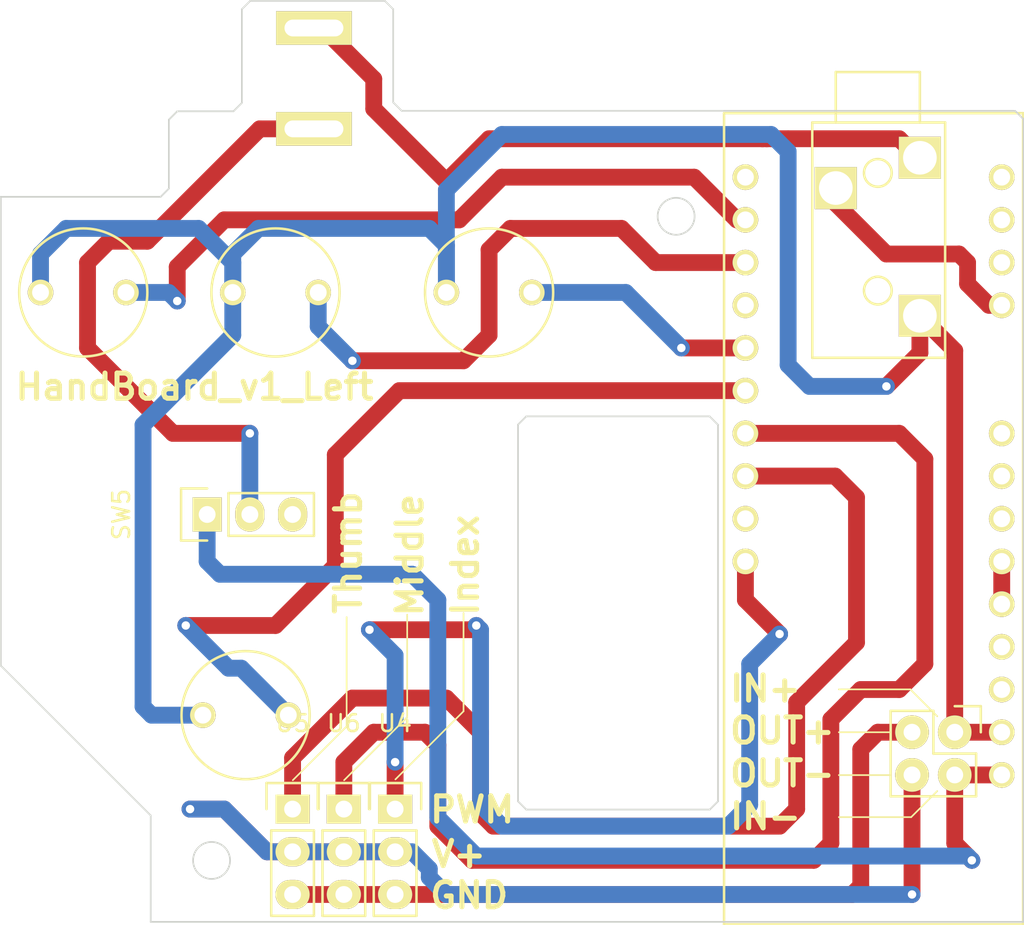
<source format=kicad_pcb>
(kicad_pcb (version 4) (host pcbnew 4.0.1-stable)

  (general
    (links 23)
    (no_connects 1)
    (area 95.3061 68.711552 159.4021 154.678413)
    (thickness 1.6)
    (drawings 55)
    (tracks 181)
    (zones 0)
    (modules 12)
    (nets 24)
  )

  (page A4)
  (layers
    (0 F.Cu signal)
    (31 B.Cu signal)
    (32 B.Adhes user hide)
    (33 F.Adhes user hide)
    (34 B.Paste user hide)
    (35 F.Paste user hide)
    (36 B.SilkS user)
    (37 F.SilkS user)
    (38 B.Mask user hide)
    (39 F.Mask user hide)
    (40 Dwgs.User user hide)
    (41 Cmts.User user hide)
    (42 Eco1.User user hide)
    (43 Eco2.User user hide)
    (44 Edge.Cuts user)
    (45 Margin user hide)
    (46 B.CrtYd user hide)
    (47 F.CrtYd user hide)
    (48 B.Fab user hide)
    (49 F.Fab user hide)
  )

  (setup
    (last_trace_width 0.5)
    (user_trace_width 0.5)
    (user_trace_width 1)
    (trace_clearance 0.2)
    (zone_clearance 0.508)
    (zone_45_only yes)
    (trace_min 0.2)
    (segment_width 0.1)
    (edge_width 0.1)
    (via_size 1)
    (via_drill 0.5)
    (via_min_size 0.4)
    (via_min_drill 0.4)
    (user_via 1 0.4)
    (user_via 1.5 0.4)
    (uvia_size 0.3)
    (uvia_drill 0.1)
    (uvias_allowed no)
    (uvia_min_size 0.2)
    (uvia_min_drill 0.1)
    (pcb_text_width 0.3)
    (pcb_text_size 1.5 1.5)
    (mod_edge_width 0.15)
    (mod_text_size 1 1)
    (mod_text_width 0.15)
    (pad_size 2 4.5)
    (pad_drill 1)
    (pad_to_mask_clearance 0.1)
    (solder_mask_min_width 0.1)
    (aux_axis_origin 157.4711 80.7836)
    (grid_origin 156.1211 84.6836)
    (visible_elements 7FFCDE09)
    (pcbplotparams
      (layerselection 0x010f0_80000001)
      (usegerberextensions true)
      (excludeedgelayer true)
      (linewidth 0.100000)
      (plotframeref false)
      (viasonmask false)
      (mode 1)
      (useauxorigin false)
      (hpglpennumber 1)
      (hpglpenspeed 20)
      (hpglpendiameter 15)
      (hpglpenoverlay 2)
      (psnegative false)
      (psa4output false)
      (plotreference false)
      (plotvalue false)
      (plotinvisibletext false)
      (padsonsilk false)
      (subtractmaskfromsilk false)
      (outputformat 1)
      (mirror false)
      (drillshape 0)
      (scaleselection 1)
      (outputdirectory 160506HandBoard_v1))
  )

  (net 0 "")
  (net 1 "Net-(CON1-Pad1)")
  (net 2 "Net-(SW5-Pad1)")
  (net 3 "Net-(SW5-Pad3)")
  (net 4 "Net-(U1-Pad4)")
  (net 5 "Net-(U1-Pad2)")
  (net 6 "Net-(U2-Pad5V)")
  (net 7 "Net-(U2-PadNC)")
  (net 8 "Net-(U2-Pad13)")
  (net 9 "Net-(U2-Pad3)")
  (net 10 "Net-(U2-Pad5)")
  (net 11 "Net-(U2-Pad6)")
  (net 12 "Net-(U2-Pad12)")
  (net 13 "Net-(U3-Pad3)")
  (net 14 "Net-(U3-Pad4)")
  (net 15 "Net-(SW1:MAX1-Pad2)")
  (net 16 "Net-(CON1-Pad2)")
  (net 17 /SW_OPEN)
  (net 18 /SW_MODE)
  (net 19 /SW_PINCH)
  (net 20 "Net-(U2-PadA3)")
  (net 21 "Net-(U2-PadA4)")
  (net 22 "Net-(U2-PadA5)")
  (net 23 "Net-(U2-PadA6)")

  (net_class Default "これは標準のネット クラスです。"
    (clearance 0.2)
    (trace_width 0.5)
    (via_dia 1)
    (via_drill 0.5)
    (uvia_dia 0.3)
    (uvia_drill 0.1)
    (add_net /SW_MODE)
    (add_net /SW_OPEN)
    (add_net /SW_PINCH)
    (add_net "Net-(CON1-Pad1)")
    (add_net "Net-(CON1-Pad2)")
    (add_net "Net-(SW1:MAX1-Pad2)")
    (add_net "Net-(SW5-Pad1)")
    (add_net "Net-(SW5-Pad3)")
    (add_net "Net-(U1-Pad2)")
    (add_net "Net-(U1-Pad4)")
    (add_net "Net-(U2-Pad12)")
    (add_net "Net-(U2-Pad13)")
    (add_net "Net-(U2-Pad3)")
    (add_net "Net-(U2-Pad5)")
    (add_net "Net-(U2-Pad5V)")
    (add_net "Net-(U2-Pad6)")
    (add_net "Net-(U2-PadA3)")
    (add_net "Net-(U2-PadA4)")
    (add_net "Net-(U2-PadA5)")
    (add_net "Net-(U2-PadA6)")
    (add_net "Net-(U2-PadNC)")
    (add_net "Net-(U3-Pad3)")
    (add_net "Net-(U3-Pad4)")
  )

  (net_class Custom01 ""
    (clearance 0.2)
    (trace_width 1)
    (via_dia 2)
    (via_drill 0.5)
    (uvia_dia 0.3)
    (uvia_drill 0.1)
  )

  (module Pin_Headers:Pin_Header_Straight_1x03 (layer F.Cu) (tedit 56333970) (tstamp 55951775)
    (at 113.9571 133.4516)
    (descr "Through hole pin header")
    (tags "pin header")
    (path /55C4ACAA)
    (fp_text reference U5 (at 0 -5.1) (layer F.SilkS)
      (effects (font (size 1 1) (thickness 0.15)))
    )
    (fp_text value Servo_Motor_ES08MD (at 0 -3.1) (layer F.Fab)
      (effects (font (size 1 1) (thickness 0.15)))
    )
    (fp_line (start -1.75 -1.75) (end -1.75 6.85) (layer F.CrtYd) (width 0.05))
    (fp_line (start 1.75 -1.75) (end 1.75 6.85) (layer F.CrtYd) (width 0.05))
    (fp_line (start -1.75 -1.75) (end 1.75 -1.75) (layer F.CrtYd) (width 0.05))
    (fp_line (start -1.75 6.85) (end 1.75 6.85) (layer F.CrtYd) (width 0.05))
    (fp_line (start -1.27 1.27) (end -1.27 6.35) (layer F.SilkS) (width 0.15))
    (fp_line (start -1.27 6.35) (end 1.27 6.35) (layer F.SilkS) (width 0.15))
    (fp_line (start 1.27 6.35) (end 1.27 1.27) (layer F.SilkS) (width 0.15))
    (fp_line (start 1.55 -1.55) (end 1.55 0) (layer F.SilkS) (width 0.15))
    (fp_line (start 1.27 1.27) (end -1.27 1.27) (layer F.SilkS) (width 0.15))
    (fp_line (start -1.55 0) (end -1.55 -1.55) (layer F.SilkS) (width 0.15))
    (fp_line (start -1.55 -1.55) (end 1.55 -1.55) (layer F.SilkS) (width 0.15))
    (pad 1 thru_hole rect (at 0 0) (size 2.032 1.7272) (drill 1) (layers *.Cu *.Mask F.SilkS)
      (net 10 "Net-(U2-Pad5)"))
    (pad 2 thru_hole oval (at 0 2.54) (size 2.032 1.7272) (drill 1) (layers *.Cu *.Mask F.SilkS)
      (net 14 "Net-(U3-Pad4)"))
    (pad 3 thru_hole oval (at 0 5.08) (size 2.032 1.7272) (drill 1) (layers *.Cu *.Mask F.SilkS)
      (net 13 "Net-(U3-Pad3)"))
    (model Pin_Headers.3dshapes/Pin_Header_Straight_1x03.wrl
      (at (xyz 0 -0.1 0))
      (scale (xyz 1 1 1))
      (rotate (xyz 0 0 90))
    )
  )

  (module Pin_Headers:Pin_Header_Straight_2x02 (layer F.Cu) (tedit 56332AA7) (tstamp 55951767)
    (at 153.3271 128.8796 270)
    (descr "Through hole pin header")
    (tags "pin header")
    (path /55C499A9)
    (fp_text reference U3 (at 0 -5.1 270) (layer F.SilkS)
      (effects (font (size 1 1) (thickness 0.15)))
    )
    (fp_text value "Seed_Studio_Adjustable_DC/DC_Power_Converter_(1.25V_-_35V/3A)" (at 0 -3.1 270) (layer F.Fab)
      (effects (font (size 1 1) (thickness 0.15)))
    )
    (fp_line (start -1.75 -1.75) (end -1.75 4.3) (layer F.CrtYd) (width 0.05))
    (fp_line (start 4.3 -1.75) (end 4.3 4.3) (layer F.CrtYd) (width 0.05))
    (fp_line (start -1.75 -1.75) (end 4.3 -1.75) (layer F.CrtYd) (width 0.05))
    (fp_line (start -1.75 4.3) (end 4.3 4.3) (layer F.CrtYd) (width 0.05))
    (fp_line (start -1.55 0) (end -1.55 -1.55) (layer F.SilkS) (width 0.15))
    (fp_line (start 0 -1.55) (end -1.55 -1.55) (layer F.SilkS) (width 0.15))
    (fp_line (start -1.27 1.27) (end 1.27 1.27) (layer F.SilkS) (width 0.15))
    (fp_line (start 1.27 1.27) (end 1.27 -1.27) (layer F.SilkS) (width 0.15))
    (fp_line (start 1.27 -1.27) (end 3.81 -1.27) (layer F.SilkS) (width 0.15))
    (fp_line (start 3.81 -1.27) (end 3.81 3.81) (layer F.SilkS) (width 0.15))
    (fp_line (start 3.81 3.81) (end -1.27 3.81) (layer F.SilkS) (width 0.15))
    (fp_line (start -1.27 3.81) (end -1.27 1.27) (layer F.SilkS) (width 0.15))
    (pad 2 thru_hole circle (at 0 0 270) (size 2 2) (drill 1) (layers *.Cu *.Mask F.SilkS)
      (net 16 "Net-(CON1-Pad2)"))
    (pad 1 thru_hole oval (at 2.54 0 270) (size 2 2) (drill 1) (layers *.Cu *.Mask F.SilkS)
      (net 2 "Net-(SW5-Pad1)"))
    (pad 3 thru_hole oval (at 0 2.54 270) (size 2 2) (drill 1) (layers *.Cu *.Mask F.SilkS)
      (net 13 "Net-(U3-Pad3)"))
    (pad 4 thru_hole oval (at 2.54 2.54 270) (size 2 2) (drill 1) (layers *.Cu *.Mask F.SilkS)
      (net 14 "Net-(U3-Pad4)"))
    (model Pin_Headers.3dshapes/Pin_Header_Straight_2x02.wrl
      (at (xyz 0.05 -0.05 0))
      (scale (xyz 1 1 1))
      (rotate (xyz 0 0 90))
    )
  )

  (module HACKberry_v1:Arduino_Micro (layer F.Cu) (tedit 56333A64) (tstamp 5595175F)
    (at 148.5011 116.1796 180)
    (path /55C4A094)
    (fp_text reference U2 (at 0 0.5 180) (layer F.SilkS) hide
      (effects (font (size 1 1) (thickness 0.15)))
    )
    (fp_text value Arduino_Micro (at 0 -0.5 180) (layer F.Fab)
      (effects (font (size 1 1) (thickness 0.15)))
    )
    (fp_line (start -8.89 24.13) (end -8.89 -24.13) (layer F.SilkS) (width 0.15))
    (fp_line (start -8.89 -24.13) (end 8.89 -24.13) (layer F.SilkS) (width 0.15))
    (fp_line (start 8.89 -24.13) (end 8.89 24.13) (layer F.SilkS) (width 0.15))
    (fp_line (start 8.89 24.13) (end -8.89 24.13) (layer F.SilkS) (width 0.15))
    (pad 9 thru_hole circle (at 7.62 12.7 180) (size 1.524 1.524) (drill 1) (layers *.Cu *.Mask F.SilkS))
    (pad 3 thru_hole circle (at 7.62 -2.54 180) (size 1.524 1.524) (drill 1) (layers *.Cu *.Mask F.SilkS)
      (net 9 "Net-(U2-Pad3)"))
    (pad VIN thru_hole circle (at -7.62 -15.24 180) (size 1.524 1.524) (drill 1) (layers *.Cu *.Mask F.SilkS)
      (net 2 "Net-(SW5-Pad1)"))
    (pad GND thru_hole circle (at -7.62 -12.7 180) (size 1.524 1.524) (drill 1) (layers *.Cu *.Mask F.SilkS)
      (net 16 "Net-(CON1-Pad2)"))
    (pad eRST thru_hole circle (at -7.62 -10.16 180) (size 1.524 1.524) (drill 1) (layers *.Cu *.Mask F.SilkS))
    (pad 5V thru_hole circle (at -7.62 -7.62 180) (size 1.524 1.524) (drill 1) (layers *.Cu *.Mask F.SilkS)
      (net 6 "Net-(U2-Pad5V)"))
    (pad NC thru_hole circle (at -7.62 -5.08 180) (size 1.524 1.524) (drill 1) (layers *.Cu *.Mask F.SilkS)
      (net 7 "Net-(U2-PadNC)"))
    (pad NC thru_hole circle (at -7.62 -2.54 180) (size 1.524 1.524) (drill 1) (layers *.Cu *.Mask F.SilkS)
      (net 7 "Net-(U2-PadNC)"))
    (pad 13 thru_hole circle (at -7.62 20.32 180) (size 1.524 1.524) (drill 1) (layers *.Cu *.Mask F.SilkS)
      (net 8 "Net-(U2-Pad13)"))
    (pad 3.3V thru_hole circle (at -7.62 17.78 180) (size 1.524 1.524) (drill 1) (layers *.Cu *.Mask F.SilkS))
    (pad AREF thru_hole circle (at -7.62 15.24 180) (size 1.524 1.524) (drill 1) (layers *.Cu *.Mask F.SilkS))
    (pad A0 thru_hole circle (at -7.62 12.7 180) (size 1.524 1.524) (drill 1) (layers *.Cu *.Mask F.SilkS)
      (net 4 "Net-(U1-Pad4)"))
    (pad A3 thru_hole circle (at -7.62 5.08 180) (size 1.524 1.524) (drill 1) (layers *.Cu *.Mask F.SilkS)
      (net 20 "Net-(U2-PadA3)"))
    (pad A4 thru_hole circle (at -7.62 2.54 180) (size 1.524 1.524) (drill 1) (layers *.Cu *.Mask F.SilkS)
      (net 21 "Net-(U2-PadA4)"))
    (pad A5 thru_hole circle (at -7.62 0 180) (size 1.524 1.524) (drill 1) (layers *.Cu *.Mask F.SilkS)
      (net 22 "Net-(U2-PadA5)"))
    (pad A6 thru_hole circle (at 7.62 0 180) (size 1.524 1.524) (drill 1) (layers *.Cu *.Mask F.SilkS)
      (net 23 "Net-(U2-PadA6)"))
    (pad 5 thru_hole circle (at 7.62 2.54 180) (size 1.524 1.524) (drill 1) (layers *.Cu *.Mask F.SilkS)
      (net 10 "Net-(U2-Pad5)"))
    (pad 6 thru_hole circle (at 7.62 5.08 180) (size 1.524 1.524) (drill 1) (layers *.Cu *.Mask F.SilkS)
      (net 11 "Net-(U2-Pad6)"))
    (pad 7 thru_hole circle (at 7.62 7.62 180) (size 1.524 1.524) (drill 1) (layers *.Cu *.Mask F.SilkS)
      (net 19 /SW_PINCH))
    (pad 8 thru_hole circle (at 7.62 10.16 180) (size 1.524 1.524) (drill 1) (layers *.Cu *.Mask F.SilkS)
      (net 18 /SW_MODE))
    (pad 10 thru_hole circle (at 7.62 15.24 180) (size 1.524 1.524) (drill 1) (layers *.Cu *.Mask F.SilkS)
      (net 17 /SW_OPEN))
    (pad 11 thru_hole circle (at 7.62 17.78 180) (size 1.524 1.524) (drill 1) (layers *.Cu *.Mask F.SilkS)
      (net 15 "Net-(SW1:MAX1-Pad2)"))
    (pad 12 thru_hole circle (at 7.62 20.32 180) (size 1.524 1.524) (drill 1) (layers *.Cu *.Mask F.SilkS)
      (net 12 "Net-(U2-Pad12)"))
  )

  (module HACKberry_v1:MJ179PH (layer F.Cu) (tedit 568FC65E) (tstamp 55951713)
    (at 115.2271 100.6856 90)
    (path /55C49688)
    (fp_text reference CON1 (at 13.7 3.75 90) (layer F.SilkS) hide
      (effects (font (size 1 1) (thickness 0.15)))
    )
    (fp_text value BARREL_JACK (at 13.5 -7.25 90) (layer F.Fab)
      (effects (font (size 1 1) (thickness 0.15)))
    )
    (pad "" thru_hole rect (at 7.7 0 90) (size 2 4.5) (drill oval 1 3.5) (layers *.Cu *.Mask F.SilkS))
    (pad "" thru_hole rect (at 13.7 0 90) (size 2 4.5) (drill oval 1 3.5) (layers *.Cu *.Mask F.SilkS))
  )

  (module HACKberry_v1:SKRGAQ0010 (layer F.Cu) (tedit 56333A90) (tstamp 55951BFF)
    (at 101.5111 102.7176 90)
    (path /555F3438)
    (fp_text reference SW1:MAX1 (at 0 5.08 90) (layer F.SilkS) hide
      (effects (font (size 1 1) (thickness 0.15)))
    )
    (fp_text value SW_PUSH_SKRGAQD010 (at 0 -5.08 90) (layer F.Fab)
      (effects (font (size 1 1) (thickness 0.15)))
    )
    (fp_circle (center 0 0) (end 0 -3.81) (layer F.SilkS) (width 0.15))
    (pad 1 thru_hole circle (at 0 -2.54 90) (size 1.524 1.524) (drill 1) (layers *.Cu *.Mask F.SilkS)
      (net 16 "Net-(CON1-Pad2)"))
    (pad 2 thru_hole circle (at 0 2.54 90) (size 1.524 1.524) (drill 1) (layers *.Cu *.Mask F.SilkS)
      (net 15 "Net-(SW1:MAX1-Pad2)"))
  )

  (module HACKberry_v1:SKRGAQ0010 (layer F.Cu) (tedit 56333A84) (tstamp 55951C05)
    (at 112.9411 102.7176 90)
    (path /555F3584)
    (fp_text reference SW2:MIN1 (at 0 5.08 90) (layer F.SilkS) hide
      (effects (font (size 1 1) (thickness 0.15)))
    )
    (fp_text value SW_PUSH_SKRGAQD010 (at 0 -5.08 90) (layer F.Fab)
      (effects (font (size 1 1) (thickness 0.15)))
    )
    (fp_circle (center 0 0) (end 0 -3.81) (layer F.SilkS) (width 0.15))
    (pad 1 thru_hole circle (at 0 -2.54 90) (size 1.524 1.524) (drill 1) (layers *.Cu *.Mask F.SilkS)
      (net 16 "Net-(CON1-Pad2)"))
    (pad 2 thru_hole circle (at 0 2.54 90) (size 1.524 1.524) (drill 1) (layers *.Cu *.Mask F.SilkS)
      (net 17 /SW_OPEN))
  )

  (module HACKberry_v1:SKRGAQ0010 (layer F.Cu) (tedit 56333A76) (tstamp 55951C0B)
    (at 125.6411 102.7176 90)
    (path /555F35CD)
    (fp_text reference SW3:Thumb1 (at 0 5.08 90) (layer F.SilkS) hide
      (effects (font (size 1 1) (thickness 0.15)))
    )
    (fp_text value SW_PUSH_SKRGAQD010 (at 0 -5.08 90) (layer F.Fab)
      (effects (font (size 1 1) (thickness 0.15)))
    )
    (fp_circle (center 0 0) (end 0 -3.81) (layer F.SilkS) (width 0.15))
    (pad 1 thru_hole circle (at 0 -2.54 90) (size 1.524 1.524) (drill 1) (layers *.Cu *.Mask F.SilkS)
      (net 16 "Net-(CON1-Pad2)"))
    (pad 2 thru_hole circle (at 0 2.54 90) (size 1.524 1.524) (drill 1) (layers *.Cu *.Mask F.SilkS)
      (net 18 /SW_MODE))
  )

  (module HACKberry_v1:SKRGAQ0010 (layer F.Cu) (tedit 5633399F) (tstamp 55951C11)
    (at 111.1631 127.8636 90)
    (path /55950644)
    (fp_text reference SW4:Middle1 (at 0 5.08 90) (layer F.SilkS) hide
      (effects (font (size 1 1) (thickness 0.15)))
    )
    (fp_text value SW_PUSH_SKRGAQD010 (at 0 -5.08 90) (layer F.Fab)
      (effects (font (size 1 1) (thickness 0.15)))
    )
    (fp_circle (center 0 0) (end 0 -3.81) (layer F.SilkS) (width 0.15))
    (pad 1 thru_hole circle (at 0 -2.54 90) (size 1.524 1.524) (drill 1) (layers *.Cu *.Mask F.SilkS)
      (net 16 "Net-(CON1-Pad2)"))
    (pad 2 thru_hole circle (at 0 2.54 90) (size 1.524 1.524) (drill 1) (layers *.Cu *.Mask F.SilkS)
      (net 19 /SW_PINCH))
  )

  (module HACKberry_v1:MINIATURE_JACK_MJ-4535-3 (layer F.Cu) (tedit 56332A45) (tstamp 55951739)
    (at 148.7551 95.6056 90)
    (path /55C4B2D6)
    (fp_text reference U1 (at 0 3.81 90) (layer F.SilkS) hide
      (effects (font (size 1 1) (thickness 0.15)))
    )
    (fp_text value 3-CONDUCTOR_MINIATUIRE_JACK_MJ-4535-3-RESCUE-HandBoard_v1 (at 0 -5 90) (layer F.Fab)
      (effects (font (size 1 1) (thickness 0.15)))
    )
    (fp_line (start 3 -3.9) (end -11 -3.9) (layer F.SilkS) (width 0.15))
    (fp_line (start -11 -3.9) (end -11 4) (layer F.SilkS) (width 0.15))
    (fp_line (start -11 4) (end 3 4) (layer F.SilkS) (width 0.15))
    (fp_line (start 3 4) (end 3 -3.9) (layer F.SilkS) (width 0.15))
    (fp_line (start 6 2.5) (end 3 2.5) (layer F.SilkS) (width 0.15))
    (fp_line (start 6 -2.5) (end 6 2.5) (layer F.SilkS) (width 0.15))
    (fp_line (start 3 -2.5) (end 6 -2.5) (layer F.SilkS) (width 0.15))
    (fp_circle (center -7 0) (end -6.8 0.8) (layer F.SilkS) (width 0.15))
    (fp_circle (center 0 0) (end -0.2 0.8) (layer F.SilkS) (width 0.15))
    (pad 4 thru_hole rect (at -0.9 -2.5 90) (size 2.5 2.5) (drill oval 2) (layers *.Cu *.Mask F.SilkS)
      (net 4 "Net-(U1-Pad4)"))
    (pad 2 thru_hole rect (at 0.9 2.5 90) (size 2.5 2.5) (drill oval 2) (layers *.Cu *.Mask F.SilkS)
      (net 5 "Net-(U1-Pad2)"))
    (pad 1 thru_hole rect (at -8.5 2.5 90) (size 2.5 2.5) (drill oval 2) (layers *.Cu *.Mask F.SilkS)
      (net 16 "Net-(CON1-Pad2)"))
  )

  (module Pin_Headers:Pin_Header_Straight_1x03 (layer F.Cu) (tedit 5633395B) (tstamp 5595177C)
    (at 117.0051 133.4516)
    (descr "Through hole pin header")
    (tags "pin header")
    (path /55C4ACE8)
    (fp_text reference U6 (at 0 -5.1) (layer F.SilkS)
      (effects (font (size 1 1) (thickness 0.15)))
    )
    (fp_text value Servo_Motor_ES08MD (at 0 -3.1) (layer F.Fab)
      (effects (font (size 1 1) (thickness 0.15)))
    )
    (fp_line (start -1.75 -1.75) (end -1.75 6.85) (layer F.CrtYd) (width 0.05))
    (fp_line (start 1.75 -1.75) (end 1.75 6.85) (layer F.CrtYd) (width 0.05))
    (fp_line (start -1.75 -1.75) (end 1.75 -1.75) (layer F.CrtYd) (width 0.05))
    (fp_line (start -1.75 6.85) (end 1.75 6.85) (layer F.CrtYd) (width 0.05))
    (fp_line (start -1.27 1.27) (end -1.27 6.35) (layer F.SilkS) (width 0.15))
    (fp_line (start -1.27 6.35) (end 1.27 6.35) (layer F.SilkS) (width 0.15))
    (fp_line (start 1.27 6.35) (end 1.27 1.27) (layer F.SilkS) (width 0.15))
    (fp_line (start 1.55 -1.55) (end 1.55 0) (layer F.SilkS) (width 0.15))
    (fp_line (start 1.27 1.27) (end -1.27 1.27) (layer F.SilkS) (width 0.15))
    (fp_line (start -1.55 0) (end -1.55 -1.55) (layer F.SilkS) (width 0.15))
    (fp_line (start -1.55 -1.55) (end 1.55 -1.55) (layer F.SilkS) (width 0.15))
    (pad 1 thru_hole rect (at 0 0) (size 2.032 1.7272) (drill 1) (layers *.Cu *.Mask F.SilkS)
      (net 11 "Net-(U2-Pad6)"))
    (pad 2 thru_hole oval (at 0 2.54) (size 2.032 1.7272) (drill 1) (layers *.Cu *.Mask F.SilkS)
      (net 14 "Net-(U3-Pad4)"))
    (pad 3 thru_hole oval (at 0 5.08) (size 2.032 1.7272) (drill 1) (layers *.Cu *.Mask F.SilkS)
      (net 13 "Net-(U3-Pad3)"))
    (model Pin_Headers.3dshapes/Pin_Header_Straight_1x03.wrl
      (at (xyz 0 -0.1 0))
      (scale (xyz 1 1 1))
      (rotate (xyz 0 0 90))
    )
  )

  (module Pin_Headers:Pin_Header_Straight_1x03 (layer F.Cu) (tedit 56333FF5) (tstamp 55951732)
    (at 108.8771 115.9256 90)
    (descr "Through hole pin header")
    (tags "pin header")
    (path /555F35ED)
    (fp_text reference SW5 (at 0 -5.1 90) (layer F.SilkS)
      (effects (font (size 1 1) (thickness 0.15)))
    )
    (fp_text value SWITCH_SS-12SDP2 (at 0 -3.1 90) (layer F.Fab)
      (effects (font (size 1 1) (thickness 0.15)))
    )
    (fp_line (start -1.75 -1.75) (end -1.75 6.85) (layer F.CrtYd) (width 0.05))
    (fp_line (start 1.75 -1.75) (end 1.75 6.85) (layer F.CrtYd) (width 0.05))
    (fp_line (start -1.75 -1.75) (end 1.75 -1.75) (layer F.CrtYd) (width 0.05))
    (fp_line (start -1.75 6.85) (end 1.75 6.85) (layer F.CrtYd) (width 0.05))
    (fp_line (start -1.27 1.27) (end -1.27 6.35) (layer F.SilkS) (width 0.15))
    (fp_line (start -1.27 6.35) (end 1.27 6.35) (layer F.SilkS) (width 0.15))
    (fp_line (start 1.27 6.35) (end 1.27 1.27) (layer F.SilkS) (width 0.15))
    (fp_line (start 1.55 -1.55) (end 1.55 0) (layer F.SilkS) (width 0.15))
    (fp_line (start 1.27 1.27) (end -1.27 1.27) (layer F.SilkS) (width 0.15))
    (fp_line (start -1.55 0) (end -1.55 -1.55) (layer F.SilkS) (width 0.15))
    (fp_line (start -1.55 -1.55) (end 1.55 -1.55) (layer F.SilkS) (width 0.15))
    (pad 1 thru_hole rect (at 0 0 90) (size 2.032 1.7272) (drill 1) (layers *.Cu *.Mask F.SilkS)
      (net 2 "Net-(SW5-Pad1)"))
    (pad 2 thru_hole oval (at 0 2.54 90) (size 2.032 1.7272) (drill 1) (layers *.Cu *.Mask F.SilkS)
      (net 1 "Net-(CON1-Pad1)"))
    (pad 3 thru_hole oval (at 0 5.08 90) (size 2.032 1.7272) (drill 1) (layers *.Cu *.Mask F.SilkS)
      (net 3 "Net-(SW5-Pad3)"))
    (model Pin_Headers.3dshapes/Pin_Header_Straight_1x03.wrl
      (at (xyz 0 -0.1 0))
      (scale (xyz 1 1 1))
      (rotate (xyz 0 0 90))
    )
  )

  (module Pin_Headers:Pin_Header_Straight_1x03 (layer F.Cu) (tedit 56333981) (tstamp 5595176E)
    (at 120.0531 133.4516)
    (descr "Through hole pin header")
    (tags "pin header")
    (path /55C4A9EF)
    (fp_text reference U4 (at 0 -5.1) (layer F.SilkS)
      (effects (font (size 1 1) (thickness 0.15)))
    )
    (fp_text value Servo_Motor_S03N (at 0 -3.1) (layer F.Fab)
      (effects (font (size 1 1) (thickness 0.15)))
    )
    (fp_line (start -1.75 -1.75) (end -1.75 6.85) (layer F.CrtYd) (width 0.05))
    (fp_line (start 1.75 -1.75) (end 1.75 6.85) (layer F.CrtYd) (width 0.05))
    (fp_line (start -1.75 -1.75) (end 1.75 -1.75) (layer F.CrtYd) (width 0.05))
    (fp_line (start -1.75 6.85) (end 1.75 6.85) (layer F.CrtYd) (width 0.05))
    (fp_line (start -1.27 1.27) (end -1.27 6.35) (layer F.SilkS) (width 0.15))
    (fp_line (start -1.27 6.35) (end 1.27 6.35) (layer F.SilkS) (width 0.15))
    (fp_line (start 1.27 6.35) (end 1.27 1.27) (layer F.SilkS) (width 0.15))
    (fp_line (start 1.55 -1.55) (end 1.55 0) (layer F.SilkS) (width 0.15))
    (fp_line (start 1.27 1.27) (end -1.27 1.27) (layer F.SilkS) (width 0.15))
    (fp_line (start -1.55 0) (end -1.55 -1.55) (layer F.SilkS) (width 0.15))
    (fp_line (start -1.55 -1.55) (end 1.55 -1.55) (layer F.SilkS) (width 0.15))
    (pad 1 thru_hole rect (at 0 0) (size 2.032 1.7272) (drill 1) (layers *.Cu *.Mask F.SilkS)
      (net 9 "Net-(U2-Pad3)"))
    (pad 2 thru_hole oval (at 0 2.54) (size 2.032 1.7272) (drill 1) (layers *.Cu *.Mask F.SilkS)
      (net 14 "Net-(U3-Pad4)"))
    (pad 3 thru_hole oval (at 0 5.08) (size 2.032 1.7272) (drill 1) (layers *.Cu *.Mask F.SilkS)
      (net 13 "Net-(U3-Pad3)"))
    (model Pin_Headers.3dshapes/Pin_Header_Straight_1x03.wrl
      (at (xyz 0 -0.1 0))
      (scale (xyz 1 1 1))
      (rotate (xyz 0 0 90))
    )
  )

  (gr_line (start 124.1211 127.6336) (end 124.1211 121.7836) (angle 90) (layer F.SilkS) (width 0.1))
  (gr_line (start 120.0711 131.6836) (end 124.1211 127.6336) (angle 90) (layer F.SilkS) (width 0.1))
  (gr_line (start 120.7711 127.9836) (end 120.7711 121.8836) (angle 90) (layer F.SilkS) (width 0.1))
  (gr_line (start 117.0211 131.7336) (end 120.7711 127.9836) (angle 90) (layer F.SilkS) (width 0.1))
  (gr_line (start 117.1711 128.5336) (end 113.9711 131.7336) (angle 90) (layer F.SilkS) (width 0.1))
  (gr_line (start 117.1711 122.0336) (end 117.1711 128.5336) (angle 90) (layer F.SilkS) (width 0.1))
  (gr_text HandBoard_v1_Left (at 97.3211 108.3336) (layer F.SilkS)
    (effects (font (size 1.5 1.5) (thickness 0.3)) (justify left))
  )
  (gr_text IN- (at 139.8051 133.8876) (layer F.SilkS)
    (effects (font (size 1.5 1.5) (thickness 0.3)) (justify left))
  )
  (gr_text PWM (at 121.9711 133.4836) (layer F.SilkS)
    (effects (font (size 1.5 1.5) (thickness 0.3)) (justify left))
  )
  (gr_text V+ (at 122.0711 136.1336) (layer F.SilkS)
    (effects (font (size 1.5 1.5) (thickness 0.3)) (justify left))
  )
  (gr_text GND (at 121.9711 138.5836) (layer F.SilkS)
    (effects (font (size 1.5 1.5) (thickness 0.3)) (justify left))
  )
  (gr_text IN+ (at 139.8051 126.2876) (layer F.SilkS)
    (effects (font (size 1.5 1.5) (thickness 0.3)) (justify left))
  )
  (gr_line (start 150.6871 126.3296) (end 152.2871 127.9296) (angle 90) (layer F.SilkS) (width 0.1))
  (gr_line (start 146.4371 126.3296) (end 150.6871 126.3296) (angle 90) (layer F.SilkS) (width 0.1))
  (gr_line (start 150.7371 133.9296) (end 152.2871 132.3796) (angle 90) (layer F.SilkS) (width 0.1))
  (gr_line (start 146.4371 133.9296) (end 150.7371 133.9296) (angle 90) (layer F.SilkS) (width 0.1))
  (gr_text OUT- (at 139.8051 131.3376) (layer F.SilkS)
    (effects (font (size 1.5 1.5) (thickness 0.3)) (justify left))
  )
  (gr_text OUT+ (at 139.8051 128.7876) (layer F.SilkS)
    (effects (font (size 1.5 1.5) (thickness 0.3)) (justify left))
  )
  (gr_line (start 149.4371 128.8796) (end 146.4371 128.8796) (angle 90) (layer F.SilkS) (width 0.1) (tstamp 568FBD4C))
  (gr_line (start 149.4371 131.4296) (end 146.4371 131.4296) (angle 90) (layer F.SilkS) (width 0.1))
  (gr_text Index (at 124.2211 115.7836 90) (layer F.SilkS)
    (effects (font (size 1.5 1.5) (thickness 0.3)) (justify right))
  )
  (gr_text Middle (at 120.9211 114.5336 90) (layer F.SilkS)
    (effects (font (size 1.5 1.5) (thickness 0.3)) (justify right))
  )
  (gr_text Thumb (at 117.2631 114.3936 90) (layer F.SilkS)
    (effects (font (size 1.5 1.5) (thickness 0.3)) (justify right))
  )
  (gr_line (start 119.9411 91.4096) (end 119.9411 85.8696) (angle 90) (layer Edge.Cuts) (width 0.1))
  (gr_line (start 111.4411 85.3696) (end 119.4411 85.3696) (angle 90) (layer Edge.Cuts) (width 0.1))
  (gr_line (start 119.9411 85.8696) (end 119.4411 85.3696) (angle 90) (layer Edge.Cuts) (width 0.1))
  (gr_line (start 110.9411 91.4396) (end 110.9411 85.8696) (angle 90) (layer Edge.Cuts) (width 0.1))
  (gr_line (start 110.9411 85.8696) (end 111.4411 85.3696) (angle 90) (layer Edge.Cuts) (width 0.1))
  (gr_line (start 107.1111 91.9396) (end 110.4411 91.9396) (angle 90) (layer Edge.Cuts) (width 0.1))
  (gr_line (start 110.4411 91.9396) (end 110.9411 91.4396) (angle 90) (layer Edge.Cuts) (width 0.1))
  (gr_line (start 106.6011 96.5396) (end 106.6011 92.4396) (angle 90) (layer Edge.Cuts) (width 0.1))
  (gr_line (start 107.1011 91.9396) (end 107.1111 91.9396) (angle 90) (layer Edge.Cuts) (width 0.1))
  (gr_line (start 106.6011 92.4396) (end 107.1011 91.9396) (angle 90) (layer Edge.Cuts) (width 0.1))
  (gr_line (start 96.6111 97.0296) (end 106.1111 97.0296) (angle 90) (layer Edge.Cuts) (width 0.1))
  (gr_line (start 106.1111 97.0296) (end 106.6011 96.5396) (angle 90) (layer Edge.Cuts) (width 0.1))
  (gr_circle (center 148.5711 118.4836) (end 148.6211 117.6336) (layer Eco1.User) (width 0.1))
  (gr_circle (center 148.5711 125.4836) (end 148.5711 124.6336) (layer Eco1.User) (width 0.1))
  (gr_line (start 157.4111 140.1596) (end 105.5211 140.1596) (angle 90) (layer Edge.Cuts) (width 0.1))
  (gr_line (start 157.4111 92.4096) (end 157.4111 140.1596) (angle 90) (layer Edge.Cuts) (width 0.1))
  (gr_line (start 156.9111 91.9096) (end 157.4111 92.4096) (angle 90) (layer Edge.Cuts) (width 0.1))
  (gr_line (start 120.4411 91.9096) (end 156.9111 91.9096) (angle 90) (layer Edge.Cuts) (width 0.1))
  (gr_line (start 119.9411 91.4096) (end 120.4411 91.9096) (angle 90) (layer Edge.Cuts) (width 0.1))
  (gr_line (start 96.6111 124.9196) (end 96.6111 97.0296) (angle 90) (layer Edge.Cuts) (width 0.1))
  (gr_line (start 105.5211 133.8296) (end 96.6111 124.9196) (angle 90) (layer Edge.Cuts) (width 0.1))
  (gr_line (start 105.5211 140.1596) (end 105.5211 133.8296) (angle 90) (layer Edge.Cuts) (width 0.1))
  (gr_line (start 138.7611 133.4796) (end 127.8511 133.4796) (angle 90) (layer Edge.Cuts) (width 0.1))
  (gr_line (start 139.2511 132.9896) (end 138.7611 133.4796) (angle 90) (layer Edge.Cuts) (width 0.1))
  (gr_line (start 139.2511 110.5896) (end 139.2511 132.9896) (angle 90) (layer Edge.Cuts) (width 0.1))
  (gr_line (start 138.7511 110.0896) (end 139.2511 110.5896) (angle 90) (layer Edge.Cuts) (width 0.1))
  (gr_line (start 127.8511 110.0896) (end 138.7511 110.0896) (angle 90) (layer Edge.Cuts) (width 0.1))
  (gr_line (start 127.3611 110.5796) (end 127.8511 110.0896) (angle 90) (layer Edge.Cuts) (width 0.1))
  (gr_line (start 127.3611 132.9896) (end 127.3611 110.5796) (angle 90) (layer Edge.Cuts) (width 0.1))
  (gr_line (start 127.8511 133.4796) (end 127.3611 132.9896) (angle 90) (layer Edge.Cuts) (width 0.1))
  (gr_circle (center 136.7607 98.1868) (end 137.8607 98.1868) (layer Edge.Cuts) (width 0.1))
  (gr_circle (center 109.1407 136.5068) (end 110.2407 136.5068) (layer Edge.Cuts) (width 0.1))

  (segment (start 115.2271 92.9856) (end 112.0051 92.9856) (width 1) (layer F.Cu) (net 1))
  (segment (start 111.4171 111.0996) (end 111.4171 115.9256) (width 1) (layer B.Cu) (net 1) (tstamp 56BC5B2A))
  (via (at 111.4171 111.0996) (size 1) (drill 0.5) (layers F.Cu B.Cu) (net 1))
  (segment (start 106.8451 111.0996) (end 111.4171 111.0996) (width 1) (layer F.Cu) (net 1) (tstamp 56BC5B26))
  (segment (start 101.7651 106.0196) (end 106.8451 111.0996) (width 1) (layer F.Cu) (net 1) (tstamp 56BC5B24))
  (segment (start 101.7651 100.9396) (end 101.7651 106.0196) (width 1) (layer F.Cu) (net 1) (tstamp 56BC5B21))
  (segment (start 103.0351 99.6696) (end 101.7651 100.9396) (width 1) (layer F.Cu) (net 1) (tstamp 56BC5B20))
  (segment (start 105.3211 99.6696) (end 103.0351 99.6696) (width 1) (layer F.Cu) (net 1) (tstamp 56BC5B1E))
  (segment (start 112.0051 92.9856) (end 105.3211 99.6696) (width 1) (layer F.Cu) (net 1) (tstamp 56BC5B1B))
  (segment (start 153.3271 131.4196) (end 153.3271 135.4836) (width 1) (layer F.Cu) (net 2))
  (segment (start 108.8771 118.7196) (end 108.8771 115.9256) (width 1) (layer B.Cu) (net 2) (tstamp 56BC5392))
  (segment (start 109.6391 119.4816) (end 108.8771 118.7196) (width 1) (layer B.Cu) (net 2) (tstamp 56BC5391))
  (segment (start 121.0691 119.4816) (end 109.6391 119.4816) (width 1) (layer B.Cu) (net 2) (tstamp 56BC538D))
  (segment (start 122.5931 121.0056) (end 121.0691 119.4816) (width 1) (layer B.Cu) (net 2) (tstamp 56BC538B))
  (segment (start 122.5931 133.9596) (end 122.5931 121.0056) (width 1) (layer B.Cu) (net 2) (tstamp 56BC5386))
  (segment (start 124.8791 136.2456) (end 122.5931 133.9596) (width 1) (layer B.Cu) (net 2) (tstamp 56BC5384))
  (segment (start 154.0891 136.2456) (end 124.8791 136.2456) (width 1) (layer B.Cu) (net 2) (tstamp 56BC5383))
  (segment (start 154.3431 136.4996) (end 154.0891 136.2456) (width 1) (layer B.Cu) (net 2) (tstamp 56BC5382))
  (via (at 154.3431 136.4996) (size 1) (drill 0.5) (layers F.Cu B.Cu) (net 2))
  (segment (start 153.3271 135.4836) (end 154.3431 136.4996) (width 1) (layer F.Cu) (net 2) (tstamp 56BC537D))
  (segment (start 153.3271 131.4196) (end 156.1211 131.4196) (width 1) (layer F.Cu) (net 2))
  (segment (start 153.3525 131.445) (end 153.3271 131.4196) (width 0.5) (layer F.Cu) (net 2) (tstamp 55952B6C) (status 30))
  (segment (start 153.3525 131.445) (end 153.3271 131.4196) (width 0.5) (layer F.Cu) (net 2) (tstamp 55CC037C) (status 30))
  (segment (start 156.1211 103.4796) (end 155.3591 103.4796) (width 1) (layer F.Cu) (net 4))
  (segment (start 155.3591 103.4796) (end 154.0891 102.2096) (width 1) (layer F.Cu) (net 4) (tstamp 56BC4929))
  (segment (start 154.0891 102.2096) (end 154.0891 100.9396) (width 1) (layer F.Cu) (net 4) (tstamp 56BC492B))
  (segment (start 154.0891 100.9396) (end 153.5811 100.4316) (width 1) (layer F.Cu) (net 4) (tstamp 56BC492E))
  (segment (start 146.2551 96.5056) (end 146.2551 97.4236) (width 1) (layer F.Cu) (net 4))
  (segment (start 146.2551 97.4236) (end 149.2631 100.4316) (width 1) (layer F.Cu) (net 4) (tstamp 56BC4924))
  (segment (start 149.2631 100.4316) (end 153.5811 100.4316) (width 1) (layer F.Cu) (net 4) (tstamp 56BC4925))
  (segment (start 146.2551 96.5056) (end 146.2551 97.1696) (width 1) (layer F.Cu) (net 4))
  (segment (start 146.2551 96.5056) (end 146.3531 96.5056) (width 1) (layer F.Cu) (net 4))
  (segment (start 115.2271 86.9856) (end 115.7511 86.9856) (width 1) (layer F.Cu) (net 5))
  (segment (start 115.7511 86.9856) (end 118.7831 90.0176) (width 1) (layer F.Cu) (net 5) (tstamp 56BC5B13))
  (segment (start 118.7831 90.0176) (end 118.7831 91.7956) (width 1) (layer F.Cu) (net 5) (tstamp 56BC5B15))
  (segment (start 118.7831 91.7956) (end 123.1011 96.1136) (width 1) (layer F.Cu) (net 5) (tstamp 56BC5B18))
  (segment (start 151.2551 94.7056) (end 151.1571 94.7056) (width 1) (layer F.Cu) (net 5))
  (segment (start 151.1571 94.7056) (end 150.0251 93.5736) (width 1) (layer F.Cu) (net 5) (tstamp 56BC5BCF))
  (segment (start 150.0251 93.5736) (end 143.4211 93.5736) (width 1) (layer F.Cu) (net 5) (tstamp 56BC5BD0))
  (segment (start 143.4211 93.5736) (end 142.1511 93.5736) (width 1) (layer F.Cu) (net 5) (tstamp 56BC5C3F))
  (segment (start 142.1511 93.5736) (end 141.8971 93.5736) (width 1) (layer F.Cu) (net 5) (tstamp 56BC5C84))
  (segment (start 141.8971 93.5736) (end 125.6411 93.5736) (width 1) (layer F.Cu) (net 5) (tstamp 56BC50E4))
  (segment (start 125.6411 93.5736) (end 123.1011 96.1136) (width 1) (layer F.Cu) (net 5) (tstamp 56BC50E6))
  (segment (start 156.1211 123.7996) (end 156.1211 123.7896) (width 0.5) (layer F.Cu) (net 6) (status 30))
  (segment (start 156.1211 121.2596) (end 156.1211 118.7196) (width 1) (layer F.Cu) (net 7))
  (segment (start 140.8811 118.7196) (end 140.8811 121.0056) (width 1) (layer F.Cu) (net 9))
  (segment (start 120.0531 130.6576) (end 120.0531 133.4516) (width 1) (layer F.Cu) (net 9) (tstamp 56BC537A))
  (via (at 120.0531 130.6576) (size 1) (drill 0.5) (layers F.Cu B.Cu) (net 9))
  (segment (start 120.0531 124.3076) (end 120.0531 130.6576) (width 1) (layer B.Cu) (net 9) (tstamp 56BC5376))
  (segment (start 118.5291 122.7836) (end 120.0531 124.3076) (width 1) (layer B.Cu) (net 9) (tstamp 56BC5375))
  (via (at 118.5291 122.7836) (size 1) (drill 0.5) (layers F.Cu B.Cu) (net 9))
  (segment (start 124.6251 122.7836) (end 118.5291 122.7836) (width 1) (layer F.Cu) (net 9) (tstamp 56BC5371))
  (segment (start 124.8791 122.5296) (end 124.6251 122.7836) (width 1) (layer F.Cu) (net 9) (tstamp 56BC5370))
  (via (at 124.8791 122.5296) (size 1) (drill 0.5) (layers F.Cu B.Cu) (net 9))
  (segment (start 125.1331 122.7836) (end 124.8791 122.5296) (width 1) (layer B.Cu) (net 9) (tstamp 56BC536D))
  (segment (start 125.1331 133.1976) (end 125.1331 122.7836) (width 1) (layer B.Cu) (net 9) (tstamp 56BC536B))
  (segment (start 126.4031 134.4676) (end 125.1331 133.1976) (width 1) (layer B.Cu) (net 9) (tstamp 56BC536A))
  (segment (start 139.8651 134.4676) (end 126.4031 134.4676) (width 1) (layer B.Cu) (net 9) (tstamp 56BC5367))
  (segment (start 141.1351 133.1976) (end 139.8651 134.4676) (width 1) (layer B.Cu) (net 9) (tstamp 56BC5362))
  (segment (start 141.1351 124.8156) (end 141.1351 133.1976) (width 1) (layer B.Cu) (net 9) (tstamp 56BC5361))
  (segment (start 142.9131 123.0376) (end 141.1351 124.8156) (width 1) (layer B.Cu) (net 9) (tstamp 56BC5360))
  (via (at 142.9131 123.0376) (size 1) (drill 0.5) (layers F.Cu B.Cu) (net 9))
  (segment (start 140.8811 121.0056) (end 142.9131 123.0376) (width 1) (layer F.Cu) (net 9) (tstamp 56BC535D))
  (segment (start 140.8811 113.6396) (end 146.2151 113.6396) (width 1) (layer F.Cu) (net 10))
  (segment (start 113.9571 130.4036) (end 113.9571 133.4516) (width 1) (layer F.Cu) (net 10) (tstamp 56BC52CE))
  (segment (start 117.5131 126.8476) (end 113.9571 130.4036) (width 1) (layer F.Cu) (net 10) (tstamp 56BC52CB))
  (segment (start 123.1011 126.8476) (end 117.5131 126.8476) (width 1) (layer F.Cu) (net 10) (tstamp 56BC52C8))
  (segment (start 125.1331 128.8796) (end 123.1011 126.8476) (width 1) (layer F.Cu) (net 10) (tstamp 56BC52C7))
  (segment (start 125.1331 133.7056) (end 125.1331 128.8796) (width 1) (layer F.Cu) (net 10) (tstamp 56BC52C3))
  (segment (start 125.8951 134.4676) (end 125.1331 133.7056) (width 1) (layer F.Cu) (net 10) (tstamp 56BC52C0))
  (segment (start 142.9131 134.4676) (end 125.8951 134.4676) (width 1) (layer F.Cu) (net 10) (tstamp 56BC52BA))
  (segment (start 143.9291 133.4516) (end 142.9131 134.4676) (width 1) (layer F.Cu) (net 10) (tstamp 56BC52B5))
  (segment (start 143.9291 127.1016) (end 143.9291 133.4516) (width 1) (layer F.Cu) (net 10) (tstamp 56BC52B1))
  (segment (start 147.4851 123.5456) (end 143.9291 127.1016) (width 1) (layer F.Cu) (net 10) (tstamp 56BC52AF))
  (segment (start 147.4851 114.9096) (end 147.4851 123.5456) (width 1) (layer F.Cu) (net 10) (tstamp 56BC52AE))
  (segment (start 146.2151 113.6396) (end 147.4851 114.9096) (width 1) (layer F.Cu) (net 10) (tstamp 56BC52AC))
  (segment (start 140.8811 111.0996) (end 150.0251 111.0996) (width 1) (layer F.Cu) (net 11))
  (segment (start 117.0051 130.6576) (end 117.0051 133.4516) (width 1) (layer F.Cu) (net 11) (tstamp 56BC526E))
  (segment (start 118.7831 128.8796) (end 117.0051 130.6576) (width 1) (layer F.Cu) (net 11) (tstamp 56BC526D))
  (segment (start 121.8311 128.8796) (end 118.7831 128.8796) (width 1) (layer F.Cu) (net 11) (tstamp 56BC526B))
  (segment (start 122.5931 129.6416) (end 121.8311 128.8796) (width 1) (layer F.Cu) (net 11) (tstamp 56BC526A))
  (segment (start 122.5931 134.4676) (end 122.5931 129.6416) (width 1) (layer F.Cu) (net 11) (tstamp 56BC5267))
  (segment (start 124.6251 136.4996) (end 122.5931 134.4676) (width 1) (layer F.Cu) (net 11) (tstamp 56BC5266))
  (segment (start 144.9451 136.4996) (end 124.6251 136.4996) (width 1) (layer F.Cu) (net 11) (tstamp 56BC5257))
  (segment (start 145.9611 135.4836) (end 144.9451 136.4996) (width 1) (layer F.Cu) (net 11) (tstamp 56BC5255))
  (segment (start 145.9611 128.1176) (end 145.9611 135.4836) (width 1) (layer F.Cu) (net 11) (tstamp 56BC524F))
  (segment (start 147.7391 126.3396) (end 145.9611 128.1176) (width 1) (layer F.Cu) (net 11) (tstamp 56BC524D))
  (segment (start 150.0251 126.3396) (end 147.7391 126.3396) (width 1) (layer F.Cu) (net 11) (tstamp 56BC524A))
  (segment (start 151.5491 124.8156) (end 150.0251 126.3396) (width 1) (layer F.Cu) (net 11) (tstamp 56BC5249))
  (segment (start 151.5491 112.6236) (end 151.5491 124.8156) (width 1) (layer F.Cu) (net 11) (tstamp 56BC5246))
  (segment (start 150.0251 111.0996) (end 151.5491 112.6236) (width 1) (layer F.Cu) (net 11) (tstamp 56BC5244))
  (segment (start 150.7871 128.8796) (end 148.7551 128.8796) (width 1) (layer F.Cu) (net 13))
  (segment (start 147.2311 138.5316) (end 120.0531 138.5316) (width 1) (layer F.Cu) (net 13) (tstamp 56BC5018))
  (segment (start 147.7391 138.0236) (end 147.2311 138.5316) (width 1) (layer F.Cu) (net 13) (tstamp 56BC5017))
  (segment (start 147.7391 129.8956) (end 147.7391 138.0236) (width 1) (layer F.Cu) (net 13) (tstamp 56BC5013))
  (segment (start 148.7551 128.8796) (end 147.7391 129.8956) (width 1) (layer F.Cu) (net 13) (tstamp 56BC5012))
  (segment (start 113.9571 138.5316) (end 117.0051 138.5316) (width 1) (layer F.Cu) (net 13))
  (segment (start 117.0051 138.5316) (end 120.0531 138.5316) (width 1) (layer F.Cu) (net 13) (status 20))
  (segment (start 112.4331 135.9916) (end 113.9571 135.9916) (width 1) (layer F.Cu) (net 14) (tstamp 56BC5069))
  (segment (start 109.8931 133.4516) (end 112.4331 135.9916) (width 1) (layer F.Cu) (net 14) (tstamp 56BC5068))
  (segment (start 107.8611 133.4516) (end 109.8931 133.4516) (width 1) (layer F.Cu) (net 14) (tstamp 56BC5067))
  (via (at 107.8611 133.4516) (size 1) (drill 0.5) (layers F.Cu B.Cu) (net 14))
  (segment (start 109.8931 133.4516) (end 107.8611 133.4516) (width 1) (layer B.Cu) (net 14) (tstamp 56BC5064))
  (segment (start 112.4331 135.9916) (end 109.8931 133.4516) (width 1) (layer B.Cu) (net 14) (tstamp 56BC5055))
  (segment (start 121.0691 135.9916) (end 112.4331 135.9916) (width 1) (layer B.Cu) (net 14) (tstamp 56BC5050))
  (segment (start 122.0851 137.0076) (end 121.0691 135.9916) (width 1) (layer B.Cu) (net 14) (tstamp 56BC504F))
  (segment (start 122.0851 137.5156) (end 122.0851 137.0076) (width 1) (layer B.Cu) (net 14) (tstamp 56BC5049))
  (segment (start 123.1011 138.5316) (end 122.0851 137.5156) (width 1) (layer B.Cu) (net 14) (tstamp 56BC5047))
  (segment (start 150.7871 138.5316) (end 123.1011 138.5316) (width 1) (layer B.Cu) (net 14) (tstamp 56BC5046))
  (via (at 150.7871 138.5316) (size 1) (drill 0.5) (layers F.Cu B.Cu) (net 14))
  (segment (start 150.7871 131.4196) (end 150.7871 138.5316) (width 1) (layer F.Cu) (net 14))
  (segment (start 113.9571 135.9916) (end 120.0531 135.9916) (width 1) (layer F.Cu) (net 14))
  (segment (start 140.8811 98.3996) (end 140.3731 98.3996) (width 1) (layer F.Cu) (net 15))
  (segment (start 140.3731 98.3996) (end 137.8331 95.8596) (width 1) (layer F.Cu) (net 15) (tstamp 56BC51F4))
  (segment (start 137.8331 95.8596) (end 126.4031 95.8596) (width 1) (layer F.Cu) (net 15) (tstamp 56BC51F6))
  (segment (start 126.4031 95.8596) (end 123.8631 98.3996) (width 1) (layer F.Cu) (net 15) (tstamp 56BC51FA))
  (segment (start 123.8631 98.3996) (end 109.8931 98.3996) (width 1) (layer F.Cu) (net 15) (tstamp 56BC51FC))
  (segment (start 109.8931 98.3996) (end 107.0991 101.1936) (width 1) (layer F.Cu) (net 15) (tstamp 56BC5201))
  (segment (start 107.0991 101.1936) (end 107.0991 103.2256) (width 1) (layer F.Cu) (net 15) (tstamp 56BC5204))
  (via (at 107.0991 103.2256) (size 1) (drill 0.5) (layers F.Cu B.Cu) (net 15))
  (segment (start 107.0991 103.2256) (end 106.5911 102.7176) (width 1) (layer B.Cu) (net 15) (tstamp 56BC5209))
  (segment (start 106.5911 102.7176) (end 104.0511 102.7176) (width 1) (layer B.Cu) (net 15) (tstamp 56BC520A))
  (segment (start 123.1011 102.7176) (end 123.1011 96.6216) (width 1) (layer B.Cu) (net 16))
  (segment (start 151.2551 106.3136) (end 151.2551 104.1056) (width 1) (layer F.Cu) (net 16) (tstamp 56BC5D1E))
  (segment (start 149.2631 108.3056) (end 151.2551 106.3136) (width 1) (layer F.Cu) (net 16) (tstamp 56BC5D1D))
  (via (at 149.2631 108.3056) (size 1) (drill 0.5) (layers F.Cu B.Cu) (net 16))
  (segment (start 144.6911 108.3056) (end 149.2631 108.3056) (width 1) (layer B.Cu) (net 16) (tstamp 56BC5D19))
  (segment (start 143.4211 107.0356) (end 144.6911 108.3056) (width 1) (layer B.Cu) (net 16) (tstamp 56BC5D18))
  (segment (start 143.4211 94.3356) (end 143.4211 107.0356) (width 1) (layer B.Cu) (net 16) (tstamp 56BC5D15))
  (segment (start 142.4051 93.3196) (end 143.4211 94.3356) (width 1) (layer B.Cu) (net 16) (tstamp 56BC5D14))
  (segment (start 126.4031 93.3196) (end 142.4051 93.3196) (width 1) (layer B.Cu) (net 16) (tstamp 56BC5D11))
  (segment (start 123.1011 96.6216) (end 126.4031 93.3196) (width 1) (layer B.Cu) (net 16) (tstamp 56BC5D07))
  (segment (start 110.4011 102.7176) (end 110.4011 100.4316) (width 1) (layer B.Cu) (net 16))
  (segment (start 123.1011 99.9236) (end 123.1011 102.7176) (width 1) (layer B.Cu) (net 16) (tstamp 56BC5CFD))
  (segment (start 122.0851 98.9076) (end 123.1011 99.9236) (width 1) (layer B.Cu) (net 16) (tstamp 56BC5CFC))
  (segment (start 111.9251 98.9076) (end 122.0851 98.9076) (width 1) (layer B.Cu) (net 16) (tstamp 56BC5CFA))
  (segment (start 110.4011 100.4316) (end 111.9251 98.9076) (width 1) (layer B.Cu) (net 16) (tstamp 56BC5CF8))
  (segment (start 98.9711 102.7176) (end 98.9711 100.4316) (width 1) (layer B.Cu) (net 16))
  (segment (start 110.4011 100.9396) (end 110.4011 102.7176) (width 1) (layer B.Cu) (net 16) (tstamp 56BC5CF3))
  (segment (start 108.3691 98.9076) (end 110.4011 100.9396) (width 1) (layer B.Cu) (net 16) (tstamp 56BC5CF1))
  (segment (start 100.4951 98.9076) (end 108.3691 98.9076) (width 1) (layer B.Cu) (net 16) (tstamp 56BC5CEF))
  (segment (start 98.9711 100.4316) (end 100.4951 98.9076) (width 1) (layer B.Cu) (net 16) (tstamp 56BC5CEC))
  (segment (start 151.2551 104.1056) (end 151.2551 104.2816) (width 1) (layer F.Cu) (net 16))
  (segment (start 151.2551 104.1056) (end 151.1771 104.1056) (width 1) (layer F.Cu) (net 16))
  (segment (start 108.6231 127.8636) (end 105.5751 127.8636) (width 1) (layer B.Cu) (net 16))
  (segment (start 105.5751 127.8636) (end 105.0671 127.3556) (width 1) (layer B.Cu) (net 16) (tstamp 56BC522A))
  (segment (start 105.0671 127.3556) (end 105.0671 110.5916) (width 1) (layer B.Cu) (net 16) (tstamp 56BC522B))
  (segment (start 105.0671 110.5916) (end 110.4011 105.2576) (width 1) (layer B.Cu) (net 16) (tstamp 56BC522E))
  (segment (start 110.4011 105.2576) (end 110.4011 102.7176) (width 1) (layer B.Cu) (net 16) (tstamp 56BC5230))
  (segment (start 151.2551 104.1056) (end 150.6691 104.1056) (width 1) (layer F.Cu) (net 16))
  (segment (start 153.3271 128.8796) (end 153.3271 106.1776) (width 1) (layer F.Cu) (net 16))
  (segment (start 153.3271 106.1776) (end 151.2551 104.1056) (width 1) (layer F.Cu) (net 16) (tstamp 56BC4F64))
  (segment (start 156.1211 128.8796) (end 153.3271 128.8796) (width 1) (layer F.Cu) (net 16))
  (segment (start 110.4011 102.7176) (end 110.8075 102.7176) (width 0.5) (layer B.Cu) (net 16) (status 30))
  (segment (start 110.4011 102.7176) (end 110.4011 102.362) (width 0.5) (layer B.Cu) (net 16) (status 30))
  (segment (start 110.4011 102.7176) (end 110.2995 102.7176) (width 0.5) (layer B.Cu) (net 16) (status 30))
  (segment (start 98.9838 102.7176) (end 98.9711 102.7176) (width 0.5) (layer F.Cu) (net 16) (tstamp 55953CDD) (status 30))
  (segment (start 140.8811 100.9396) (end 135.5471 100.9396) (width 1) (layer F.Cu) (net 17))
  (segment (start 115.4811 104.7496) (end 115.4811 102.7176) (width 1) (layer B.Cu) (net 17) (tstamp 56BC513B))
  (segment (start 117.5131 106.7816) (end 115.4811 104.7496) (width 1) (layer B.Cu) (net 17) (tstamp 56BC513A))
  (via (at 117.5131 106.7816) (size 1) (drill 0.5) (layers F.Cu B.Cu) (net 17))
  (segment (start 124.1171 106.7816) (end 117.5131 106.7816) (width 1) (layer F.Cu) (net 17) (tstamp 56BC5135))
  (segment (start 125.6411 105.2576) (end 124.1171 106.7816) (width 1) (layer F.Cu) (net 17) (tstamp 56BC5133))
  (segment (start 125.6411 100.1776) (end 125.6411 105.2576) (width 1) (layer F.Cu) (net 17) (tstamp 56BC5131))
  (segment (start 126.9111 98.9076) (end 125.6411 100.1776) (width 1) (layer F.Cu) (net 17) (tstamp 56BC5130))
  (segment (start 133.5151 98.9076) (end 126.9111 98.9076) (width 1) (layer F.Cu) (net 17) (tstamp 56BC512D))
  (segment (start 135.5471 100.9396) (end 133.5151 98.9076) (width 1) (layer F.Cu) (net 17) (tstamp 56BC512C))
  (segment (start 128.1811 102.7176) (end 133.7691 102.7176) (width 1) (layer B.Cu) (net 18))
  (segment (start 137.0711 106.0196) (end 140.8811 106.0196) (width 1) (layer F.Cu) (net 18) (tstamp 56BC5125))
  (via (at 137.0711 106.0196) (size 1) (drill 0.5) (layers F.Cu B.Cu) (net 18))
  (segment (start 133.7691 102.7176) (end 137.0711 106.0196) (width 1) (layer B.Cu) (net 18) (tstamp 56BC511C))
  (segment (start 140.8811 108.5596) (end 120.3071 108.5596) (width 1) (layer F.Cu) (net 19))
  (segment (start 110.9091 125.0696) (end 113.7031 127.8636) (width 1) (layer B.Cu) (net 19) (tstamp 56BC529E))
  (segment (start 110.1471 125.0696) (end 110.9091 125.0696) (width 1) (layer B.Cu) (net 19) (tstamp 56BC529D))
  (segment (start 107.6071 122.5296) (end 110.1471 125.0696) (width 1) (layer B.Cu) (net 19) (tstamp 56BC529C))
  (via (at 107.6071 122.5296) (size 1) (drill 0.5) (layers F.Cu B.Cu) (net 19))
  (segment (start 112.9411 122.5296) (end 107.6071 122.5296) (width 1) (layer F.Cu) (net 19) (tstamp 56BC5297))
  (segment (start 116.4971 118.9736) (end 112.9411 122.5296) (width 1) (layer F.Cu) (net 19) (tstamp 56BC5296))
  (segment (start 116.4971 112.3696) (end 116.4971 118.9736) (width 1) (layer F.Cu) (net 19) (tstamp 56BC5295))
  (segment (start 120.3071 108.5596) (end 116.4971 112.3696) (width 1) (layer F.Cu) (net 19) (tstamp 56BC5291))
  (segment (start 156.1211 116.1796) (end 155.6258 116.1796) (width 0.5) (layer F.Cu) (net 22) (status 30))

)

</source>
